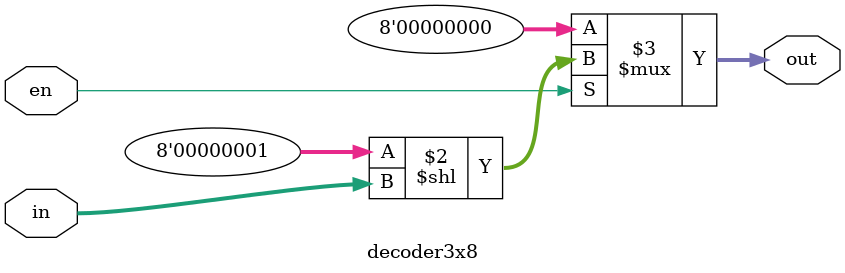
<source format=sv>
module decoder3x8(in,out,en);
  input [2:0] in;
  input en;
  output [7:0] out;
  reg [7:0] out;
  
  always@(en,in)
  begin
    out = (en)?(8'b1<<in):8'b0;
  end
  
endmodule
  
  
</source>
